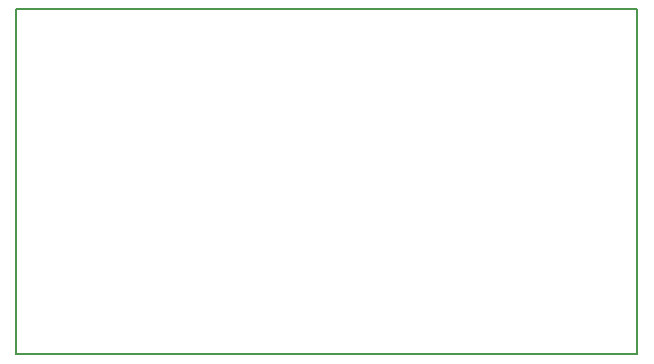
<source format=gbr>
G04 DipTrace 3.0.0.2*
G04 BoardOutline.gbr*
%MOIN*%
G04 #@! TF.FileFunction,Profile*
G04 #@! TF.Part,Single*
%ADD11C,0.005512*%
%FSLAX26Y26*%
G04*
G70*
G90*
G75*
G01*
G04 BoardOutline*
%LPD*%
X394000Y1544000D2*
D11*
Y394000D1*
X2464000D1*
Y1544000D1*
X394000D1*
M02*

</source>
